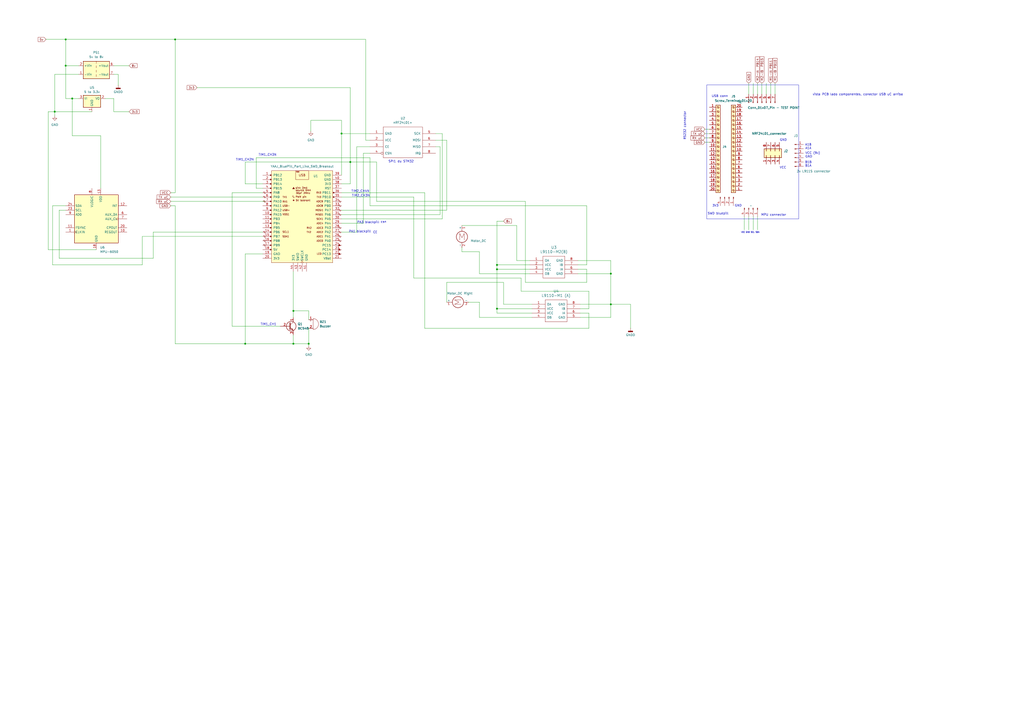
<source format=kicad_sch>
(kicad_sch (version 20250114) (generator "eeschema") (generator_version "9.0")
  (paper "A2")
  (lib_symbols
    (symbol "Connector:Conn_01x04_Pin" (pin_names (offset 1.016) (hide yes))
      (property "Reference" "J" (at 0 5.08 0))
      (property "Value" "Conn_01x04_Pin" (at 0 -7.62 0))
      (symbol "Conn_01x04_Pin_1_1"
        (rectangle (start 0.8636 2.667) (end 0 2.413) (stroke (width 0.1524)) (fill (type outline)))
        (rectangle (start 0.8636 0.127) (end 0 -0.127) (stroke (width 0.1524)) (fill (type outline)))
        (rectangle (start 0.8636 -2.413) (end 0 -2.667) (stroke (width 0.1524)) (fill (type outline)))
        (rectangle (start 0.8636 -4.953) (end 0 -5.207) (stroke (width 0.1524)) (fill (type outline)))
        (polyline (pts (xy 1.27 2.54) (xy 0.8636 2.54)) (stroke (width 0.1524)))
        (polyline (pts (xy 1.27 0) (xy 0.8636 0)) (stroke (width 0.1524)))
        (polyline (pts (xy 1.27 -2.54) (xy 0.8636 -2.54)) (stroke (width 0.1524)))
        (polyline (pts (xy 1.27 -5.08) (xy 0.8636 -5.08)) (stroke (width 0.1524)))
        (pin passive line (at 5.08 2.54 180) (length 3.81) (name "Pin_1") (number "1"))
        (pin passive line (at 5.08 0 180) (length 3.81) (name "Pin_2") (number "2"))
        (pin passive line (at 5.08 -2.54 180) (length 3.81) (name "Pin_3") (number "3"))
        (pin passive line (at 5.08 -5.08 180) (length 3.81) (name "Pin_4") (number "4"))
      )
    )
    (symbol "Connector:Conn_01x06_Pin" (pin_names (offset 1.016) (hide yes))
      (property "Reference" "J" (at 0 7.62 0))
      (property "Value" "Conn_01x06_Pin" (at 0 -10.16 0))
      (symbol "Conn_01x06_Pin_1_1"
        (rectangle (start 0.8636 5.207) (end 0 4.953) (stroke (width 0.1524)) (fill (type outline)))
        (rectangle (start 0.8636 2.667) (end 0 2.413) (stroke (width 0.1524)) (fill (type outline)))
        (rectangle (start 0.8636 0.127) (end 0 -0.127) (stroke (width 0.1524)) (fill (type outline)))
        (rectangle (start 0.8636 -2.413) (end 0 -2.667) (stroke (width 0.1524)) (fill (type outline)))
        (rectangle (start 0.8636 -4.953) (end 0 -5.207) (stroke (width 0.1524)) (fill (type outline)))
        (rectangle (start 0.8636 -7.493) (end 0 -7.747) (stroke (width 0.1524)) (fill (type outline)))
        (polyline (pts (xy 1.27 5.08) (xy 0.8636 5.08)) (stroke (width 0.1524)))
        (polyline (pts (xy 1.27 2.54) (xy 0.8636 2.54)) (stroke (width 0.1524)))
        (polyline (pts (xy 1.27 0) (xy 0.8636 0)) (stroke (width 0.1524)))
        (polyline (pts (xy 1.27 -2.54) (xy 0.8636 -2.54)) (stroke (width 0.1524)))
        (polyline (pts (xy 1.27 -5.08) (xy 0.8636 -5.08)) (stroke (width 0.1524)))
        (polyline (pts (xy 1.27 -7.62) (xy 0.8636 -7.62)) (stroke (width 0.1524)))
        (pin passive line (at 5.08 5.08 180) (length 3.81) (name "Pin_1") (number "1"))
        (pin passive line (at 5.08 2.54 180) (length 3.81) (name "Pin_2") (number "2"))
        (pin passive line (at 5.08 0 180) (length 3.81) (name "Pin_3") (number "3"))
        (pin passive line (at 5.08 -2.54 180) (length 3.81) (name "Pin_4") (number "4"))
        (pin passive line (at 5.08 -5.08 180) (length 3.81) (name "Pin_5") (number "5"))
        (pin passive line (at 5.08 -7.62 180) (length 3.81) (name "Pin_6") (number "6"))
      )
    )
    (symbol "Connector:Conn_01x07_Pin" (pin_names (offset 1.016) (hide yes))
      (property "Reference" "J" (at 0 10.16 0))
      (property "Value" "Conn_01x07_Pin" (at 0 -10.16 0))
      (symbol "Conn_01x07_Pin_1_1"
        (rectangle (start 0.8636 7.747) (end 0 7.493) (stroke (width 0.1524)) (fill (type outline)))
        (rectangle (start 0.8636 5.207) (end 0 4.953) (stroke (width 0.1524)) (fill (type outline)))
        (rectangle (start 0.8636 2.667) (end 0 2.413) (stroke (width 0.1524)) (fill (type outline)))
        (rectangle (start 0.8636 0.127) (end 0 -0.127) (stroke (width 0.1524)) (fill (type outline)))
        (rectangle (start 0.8636 -2.413) (end 0 -2.667) (stroke (width 0.1524)) (fill (type outline)))
        (rectangle (start 0.8636 -4.953) (end 0 -5.207) (stroke (width 0.1524)) (fill (type outline)))
        (rectangle (start 0.8636 -7.493) (end 0 -7.747) (stroke (width 0.1524)) (fill (type outline)))
        (polyline (pts (xy 1.27 7.62) (xy 0.8636 7.62)) (stroke (width 0.1524)))
        (polyline (pts (xy 1.27 5.08) (xy 0.8636 5.08)) (stroke (width 0.1524)))
        (polyline (pts (xy 1.27 2.54) (xy 0.8636 2.54)) (stroke (width 0.1524)))
        (polyline (pts (xy 1.27 0) (xy 0.8636 0)) (stroke (width 0.1524)))
        (polyline (pts (xy 1.27 -2.54) (xy 0.8636 -2.54)) (stroke (width 0.1524)))
        (polyline (pts (xy 1.27 -5.08) (xy 0.8636 -5.08)) (stroke (width 0.1524)))
        (polyline (pts (xy 1.27 -7.62) (xy 0.8636 -7.62)) (stroke (width 0.1524)))
        (pin passive line (at 5.08 7.62 180) (length 3.81) (name "Pin_1") (number "1"))
        (pin passive line (at 5.08 5.08 180) (length 3.81) (name "Pin_2") (number "2"))
        (pin passive line (at 5.08 2.54 180) (length 3.81) (name "Pin_3") (number "3"))
        (pin passive line (at 5.08 0 180) (length 3.81) (name "Pin_4") (number "4"))
        (pin passive line (at 5.08 -2.54 180) (length 3.81) (name "Pin_5") (number "5"))
        (pin passive line (at 5.08 -5.08 180) (length 3.81) (name "Pin_6") (number "6"))
        (pin passive line (at 5.08 -7.62 180) (length 3.81) (name "Pin_7") (number "7"))
      )
    )
    (symbol "Connector:Screw_Terminal_01x20" (pin_names (offset 1.016) (hide yes))
      (property "Reference" "J" (at 0 25.4 0))
      (property "Value" "Screw_Terminal_01x20" (at 0 -27.94 0))
      (symbol "Screw_Terminal_01x20_1_1"
        (rectangle (start -1.27 24.13) (end 1.27 -26.67) (stroke (width 0.254)) (fill (type background)))
        (polyline (pts (xy -0.5334 23.1902) (xy 0.3302 22.352)) (stroke (width 0.1524)))
        (polyline (pts (xy -0.5334 20.6502) (xy 0.3302 19.812)) (stroke (width 0.1524)))
        (polyline (pts (xy -0.5334 18.1102) (xy 0.3302 17.272)) (stroke (width 0.1524)))
        (polyline (pts (xy -0.5334 15.5702) (xy 0.3302 14.732)) (stroke (width 0.1524)))
        (polyline (pts (xy -0.5334 13.0302) (xy 0.3302 12.192)) (stroke (width 0.1524)))
        (polyline (pts (xy -0.5334 10.4902) (xy 0.3302 9.652)) (stroke (width 0.1524)))
        (polyline (pts (xy -0.5334 7.9502) (xy 0.3302 7.112)) (stroke (width 0.1524)))
        (polyline (pts (xy -0.5334 5.4102) (xy 0.3302 4.572)) (stroke (width 0.1524)))
        (polyline (pts (xy -0.5334 2.8702) (xy 0.3302 2.032)) (stroke (width 0.1524)))
        (polyline (pts (xy -0.5334 0.3302) (xy 0.3302 -0.508)) (stroke (width 0.1524)))
        (polyline (pts (xy -0.5334 -2.2098) (xy 0.3302 -3.048)) (stroke (width 0.1524)))
        (polyline (pts (xy -0.5334 -4.7498) (xy 0.3302 -5.588)) (stroke (width 0.1524)))
        (polyline (pts (xy -0.5334 -7.2898) (xy 0.3302 -8.128)) (stroke (width 0.1524)))
        (polyline (pts (xy -0.5334 -9.8298) (xy 0.3302 -10.668)) (stroke (width 0.1524)))
        (polyline (pts (xy -0.5334 -12.3698) (xy 0.3302 -13.208)) (stroke (width 0.1524)))
        (polyline (pts (xy -0.5334 -14.9098) (xy 0.3302 -15.748)) (stroke (width 0.1524)))
        (polyline (pts (xy -0.5334 -17.4498) (xy 0.3302 -18.288)) (stroke (width 0.1524)))
        (polyline (pts (xy -0.5334 -19.9898) (xy 0.3302 -20.828)) (stroke (width 0.1524)))
        (polyline (pts (xy -0.5334 -22.5298) (xy 0.3302 -23.368)) (stroke (width 0.1524)))
        (polyline (pts (xy -0.5334 -25.0698) (xy 0.3302 -25.908)) (stroke (width 0.1524)))
        (polyline (pts (xy -0.3556 23.368) (xy 0.508 22.5298)) (stroke (width 0.1524)))
        (polyline (pts (xy -0.3556 20.828) (xy 0.508 19.9898)) (stroke (width 0.1524)))
        (polyline (pts (xy -0.3556 18.288) (xy 0.508 17.4498)) (stroke (width 0.1524)))
        (polyline (pts (xy -0.3556 15.748) (xy 0.508 14.9098)) (stroke (width 0.1524)))
        (polyline (pts (xy -0.3556 13.208) (xy 0.508 12.3698)) (stroke (width 0.1524)))
        (polyline (pts (xy -0.3556 10.668) (xy 0.508 9.8298)) (stroke (width 0.1524)))
        (polyline (pts (xy -0.3556 8.128) (xy 0.508 7.2898)) (stroke (width 0.1524)))
        (polyline (pts (xy -0.3556 5.588) (xy 0.508 4.7498)) (stroke (width 0.1524)))
        (polyline (pts (xy -0.3556 3.048) (xy 0.508 2.2098)) (stroke (width 0.1524)))
        (polyline (pts (xy -0.3556 0.508) (xy 0.508 -0.3302)) (stroke (width 0.1524)))
        (polyline (pts (xy -0.3556 -2.032) (xy 0.508 -2.8702)) (stroke (width 0.1524)))
        (polyline (pts (xy -0.3556 -4.572) (xy 0.508 -5.4102)) (stroke (width 0.1524)))
        (polyline (pts (xy -0.3556 -7.112) (xy 0.508 -7.9502)) (stroke (width 0.1524)))
        (polyline (pts (xy -0.3556 -9.652) (xy 0.508 -10.4902)) (stroke (width 0.1524)))
        (polyline (pts (xy -0.3556 -12.192) (xy 0.508 -13.0302)) (stroke (width 0.1524)))
        (polyline (pts (xy -0.3556 -14.732) (xy 0.508 -15.5702)) (stroke (width 0.1524)))
        (polyline (pts (xy -0.3556 -17.272) (xy 0.508 -18.1102)) (stroke (width 0.1524)))
        (polyline (pts (xy -0.3556 -19.812) (xy 0.508 -20.6502)) (stroke (width 0.1524)))
        (polyline (pts (xy -0.3556 -22.352) (xy 0.508 -23.1902)) (stroke (width 0.1524)))
        (polyline (pts (xy -0.3556 -24.892) (xy 0.508 -25.7302)) (stroke (width 0.1524)))
        (circle (center 0 22.86) (radius 0.635) (stroke (width 0.1524)))
        (circle (center 0 20.32) (radius 0.635) (stroke (width 0.1524)))
        (circle (center 0 17.78) (radius 0.635) (stroke (width 0.1524)))
        (circle (center 0 15.24) (radius 0.635) (stroke (width 0.1524)))
        (circle (center 0 12.7) (radius 0.635) (stroke (width 0.1524)))
        (circle (center 0 10.16) (radius 0.635) (stroke (width 0.1524)))
        (circle (center 0 7.62) (radius 0.635) (stroke (width 0.1524)))
        (circle (center 0 5.08) (radius 0.635) (stroke (width 0.1524)))
        (circle (center 0 2.54) (radius 0.635) (stroke (width 0.1524)))
        (circle (center 0 0) (radius 0.635) (stroke (width 0.1524)))
        (circle (center 0 -2.54) (radius 0.635) (stroke (width 0.1524)))
        (circle (center 0 -5.08) (radius 0.635) (stroke (width 0.1524)))
        (circle (center 0 -7.62) (radius 0.635) (stroke (width 0.1524)))
        (circle (center 0 -10.16) (radius 0.635) (stroke (width 0.1524)))
        (circle (center 0 -12.7) (radius 0.635) (stroke (width 0.1524)))
        (circle (center 0 -15.24) (radius 0.635) (stroke (width 0.1524)))
        (circle (center 0 -17.78) (radius 0.635) (stroke (width 0.1524)))
        (circle (center 0 -20.32) (radius 0.635) (stroke (width 0.1524)))
        (circle (center 0 -22.86) (radius 0.635) (stroke (width 0.1524)))
        (circle (center 0 -25.4) (radius 0.635) (stroke (width 0.1524)))
        (pin passive line (at -5.08 22.86 0) (length 3.81) (name "Pin_1") (number "1"))
        (pin passive line (at -5.08 20.32 0) (length 3.81) (name "Pin_2") (number "2"))
        (pin passive line (at -5.08 17.78 0) (length 3.81) (name "Pin_3") (number "3"))
        (pin passive line (at -5.08 15.24 0) (length 3.81) (name "Pin_4") (number "4"))
        (pin passive line (at -5.08 12.7 0) (length 3.81) (name "Pin_5") (number "5"))
        (pin passive line (at -5.08 10.16 0) (length 3.81) (name "Pin_6") (number "6"))
        (pin passive line (at -5.08 7.62 0) (length 3.81) (name "Pin_7") (number "7"))
        (pin passive line (at -5.08 5.08 0) (length 3.81) (name "Pin_8") (number "8"))
        (pin passive line (at -5.08 2.54 0) (length 3.81) (name "Pin_9") (number "9"))
        (pin passive line (at -5.08 0 0) (length 3.81) (name "Pin_10") (number "10"))
        (pin passive line (at -5.08 -2.54 0) (length 3.81) (name "Pin_11") (number "11"))
        (pin passive line (at -5.08 -5.08 0) (length 3.81) (name "Pin_12") (number "12"))
        (pin passive line (at -5.08 -7.62 0) (length 3.81) (name "Pin_13") (number "13"))
        (pin passive line (at -5.08 -10.16 0) (length 3.81) (name "Pin_14") (number "14"))
        (pin passive line (at -5.08 -12.7 0) (length 3.81) (name "Pin_15") (number "15"))
        (pin passive line (at -5.08 -15.24 0) (length 3.81) (name "Pin_16") (number "16"))
        (pin passive line (at -5.08 -17.78 0) (length 3.81) (name "Pin_17") (number "17"))
        (pin passive line (at -5.08 -20.32 0) (length 3.81) (name "Pin_18") (number "18"))
        (pin passive line (at -5.08 -22.86 0) (length 3.81) (name "Pin_19") (number "19"))
        (pin passive line (at -5.08 -25.4 0) (length 3.81) (name "Pin_20") (number "20"))
      )
    )
    (symbol "Connector_Generic:Conn_02x04_Counter_Clockwise" (pin_names (offset 1.016) (hide yes))
      (property "Reference" "J" (at 1.27 5.08 0))
      (property "Value" "Conn_02x04_Counter_Clockwise" (at 1.27 -7.62 0))
      (symbol "Conn_02x04_Counter_Clockwise_1_1"
        (rectangle (start -1.27 3.81) (end 3.81 -6.35) (stroke (width 0.254)) (fill (type background)))
        (rectangle (start -1.27 2.667) (end 0 2.413) (stroke (width 0.1524)))
        (rectangle (start -1.27 0.127) (end 0 -0.127) (stroke (width 0.1524)))
        (rectangle (start -1.27 -2.413) (end 0 -2.667) (stroke (width 0.1524)))
        (rectangle (start -1.27 -4.953) (end 0 -5.207) (stroke (width 0.1524)))
        (rectangle (start 3.81 2.667) (end 2.54 2.413) (stroke (width 0.1524)))
        (rectangle (start 3.81 0.127) (end 2.54 -0.127) (stroke (width 0.1524)))
        (rectangle (start 3.81 -2.413) (end 2.54 -2.667) (stroke (width 0.1524)))
        (rectangle (start 3.81 -4.953) (end 2.54 -5.207) (stroke (width 0.1524)))
        (pin passive line (at -5.08 2.54 0) (length 3.81) (name "Pin_1") (number "1"))
        (pin passive line (at -5.08 0 0) (length 3.81) (name "Pin_2") (number "2"))
        (pin passive line (at -5.08 -2.54 0) (length 3.81) (name "Pin_3") (number "3"))
        (pin passive line (at -5.08 -5.08 0) (length 3.81) (name "Pin_4") (number "4"))
        (pin passive line (at 7.62 2.54 180) (length 3.81) (name "Pin_8") (number "8"))
        (pin passive line (at 7.62 0 180) (length 3.81) (name "Pin_7") (number "7"))
        (pin passive line (at 7.62 -2.54 180) (length 3.81) (name "Pin_6") (number "6"))
        (pin passive line (at 7.62 -5.08 180) (length 3.81) (name "Pin_5") (number "5"))
      )
    )
    (symbol "Converter_DCDC:ITX1205SA-H"
      (property "Reference" "PS" (at -7.62 6.35 0))
      (property "Value" "ITX1205SA-H" (at 1.27 6.35 0))
      (symbol "ITX1205SA-H_0_0"
        (pin power_in line (at -10.16 2.54 0) (length 2.54) (name "+Vin") (number "2"))
        (pin power_in line (at -10.16 -2.54 0) (length 2.54) (name "-Vin") (number "1"))
        (pin no_connect line (at 7.62 0 180) (length 2.54) (hide yes) (name "NC") (number "8"))
        (pin power_out line (at 10.16 2.54 180) (length 2.54) (name "+Vout") (number "6"))
        (pin power_out line (at 10.16 -2.54 180) (length 2.54) (name "-Vout") (number "7"))
      )
      (symbol "ITX1205SA-H_0_1"
        (rectangle (start -7.62 5.08) (end 7.62 -5.08) (stroke (width 0.254)) (fill (type background)))
        (polyline (pts (xy 0 5.08) (xy 0 3.81)))
        (polyline (pts (xy 0 2.54) (xy 0 1.27)))
        (polyline (pts (xy 0 0) (xy 0 -1.27)))
        (polyline (pts (xy 0 -2.54) (xy 0 -3.81)))
      )
    )
    (symbol "Device:Buzzer" (pin_names (offset 0.0254) (hide yes))
      (property "Reference" "BZ" (at 3.81 1.27 0))
      (property "Value" "Buzzer" (at 3.81 -1.27 0))
      (symbol "Buzzer_0_1"
        (polyline (pts (xy -1.651 1.905) (xy -1.143 1.905)))
        (polyline (pts (xy -1.397 2.159) (xy -1.397 1.651)))
        (arc (start 0 3.175) (mid 3.1612 0) (end 0 -3.175))
        (polyline (pts (xy 0 3.175) (xy 0 -3.175)))
      )
      (symbol "Buzzer_1_1"
        (pin passive line (at -2.54 2.54 0) (length 2.54) (name "+") (number "1"))
        (pin passive line (at -2.54 -2.54 0) (length 2.54) (name "-") (number "2"))
      )
    )
    (symbol "L9110:L9110" (pin_names (offset 1.016))
      (property "Reference" "U" (at 0 7.62 0))
      (property "Value" "L9110" (at 0 -7.62 0))
      (symbol "L9110_0_1"
        (rectangle (start 6.35 -6.35) (end -6.35 6.35))
      )
      (symbol "L9110_1_1"
        (pin output line (at -13.97 3.81 0) (length 7.62) (name "OA") (number "1"))
        (pin power_in line (at -13.97 1.27 0) (length 7.62) (name "VCC") (number "2"))
        (pin power_in line (at -13.97 -1.27 0) (length 7.62) (name "VCC") (number "3"))
        (pin output line (at -13.97 -3.81 0) (length 7.62) (name "OB") (number "4"))
        (pin power_in line (at 13.97 3.81 180) (length 7.62) (name "GND") (number "8"))
        (pin input line (at 13.97 1.27 180) (length 7.62) (name "IB") (number "7"))
        (pin input line (at 13.97 -1.27 180) (length 7.62) (name "IA") (number "6"))
        (pin power_in line (at 13.97 -3.81 180) (length 7.62) (name "GND") (number "5"))
      )
      (symbol "L9110_1_2"
        (pin output line (at -19.05 12.7 0) (length 7.62) (name "OA") (number "1"))
        (pin output line (at -19.05 5.08 0) (length 7.62) (name "VCC") (number "2"))
        (pin output line (at -19.05 -5.08 0) (length 7.62) (name "VCC") (number "3"))
        (pin power_out line (at -19.05 -12.7 0) (length 7.62) (name "OB") (number "4"))
        (pin power_in line (at 17.78 12.7 180) (length 7.62) (name "GND") (number "8"))
        (pin input line (at 17.78 5.08 180) (length 7.62) (name "IB") (number "7"))
        (pin input line (at 17.78 -5.08 180) (length 7.62) (name "IA") (number "6"))
        (pin power_out line (at 17.78 -12.7 180) (length 7.62) (name "GND") (number "5"))
      )
    )
    (symbol "Motor:Motor_DC" (pin_names (offset 0))
      (property "Reference" "M" (at 2.54 2.54 0))
      (property "Value" "Motor_DC" (at 2.54 -5.08 0))
      (symbol "Motor_DC_0_0"
        (polyline (pts (xy -1.27 -3.302) (xy -1.27 0.508) (xy 0 -2.032) (xy 1.27 0.508) (xy 1.27 -3.302)))
      )
      (symbol "Motor_DC_0_1"
        (polyline (pts (xy 0 2.032) (xy 0 2.54)))
        (polyline (pts (xy 0 1.7272) (xy 0 2.0828)))
        (circle (center 0 -1.524) (radius 3.2512) (stroke (width 0.254)))
        (polyline (pts (xy 0 -4.7752) (xy 0 -5.1816)))
        (polyline (pts (xy 0 -7.62) (xy 0 -7.112)))
      )
      (symbol "Motor_DC_1_1"
        (pin passive line (at 0 5.08 270) (length 2.54) (name "+") (number "1"))
        (pin passive line (at 0 -7.62 90) (length 2.54) (name "-") (number "2"))
      )
    )
    (symbol "Regulator_Linear:LD1117S12TR_SOT223"
      (property "Reference" "U" (at -3.81 3.175 0))
      (property "Value" "LD1117S12TR_SOT223" (at 0 3.175 0))
      (symbol "LD1117S12TR_SOT223_0_1"
        (rectangle (start -5.08 -5.08) (end 5.08 1.905) (stroke (width 0.254)) (fill (type background)))
      )
      (symbol "LD1117S12TR_SOT223_1_1"
        (pin power_in line (at -7.62 0 0) (length 2.54) (name "VI") (number "3"))
        (pin power_in line (at 0 -7.62 90) (length 2.54) (name "GND") (number "1"))
        (pin power_out line (at 7.62 0 180) (length 2.54) (name "VO") (number "2"))
      )
    )
    (symbol "Sensor_Motion:MPU-6050"
      (property "Reference" "U" (at -11.43 13.97 0))
      (property "Value" "MPU-6050" (at 7.62 -15.24 0))
      (symbol "MPU-6050_0_0"
        (text "" (at 12.7 -2.54 0) (effects (font (size 1.27 1.27))))
      )
      (symbol "MPU-6050_0_1"
        (rectangle (start -12.7 13.97) (end 12.7 -13.97) (stroke (width 0.254)) (fill (type background)))
      )
      (symbol "MPU-6050_1_1"
        (pin bidirectional line (at -17.78 7.62 0) (length 5.08) (name "SDA") (number "24"))
        (pin input line (at -17.78 5.08 0) (length 5.08) (name "SCL") (number "23"))
        (pin input line (at -17.78 2.54 0) (length 5.08) (name "AD0") (number "9"))
        (pin input line (at -17.78 -5.08 0) (length 5.08) (name "FSYNC") (number "11"))
        (pin input clock (at -17.78 -7.62 0) (length 5.08) (name "CLKIN") (number "1"))
        (pin no_connect line (at -12.7 12.7 0) (length 2.54) (hide yes) (name "NC") (number "2"))
        (pin no_connect line (at -12.7 10.16 0) (length 2.54) (hide yes) (name "NC") (number "3"))
        (pin no_connect line (at -12.7 0 0) (length 2.54) (hide yes) (name "NC") (number "4"))
        (pin no_connect line (at -12.7 -2.54 0) (length 2.54) (hide yes) (name "NC") (number "5"))
        (pin no_connect line (at -12.7 -10.16 0) (length 2.54) (hide yes) (name "NC") (number "14"))
        (pin power_in line (at -2.54 17.78 270) (length 3.81) (name "VLOGIC") (number "8"))
        (pin power_in line (at 0 -17.78 90) (length 3.81) (name "GND") (number "18"))
        (pin power_in line (at 2.54 17.78 270) (length 3.81) (name "VDD") (number "13"))
        (pin no_connect line (at 12.7 12.7 180) (length 2.54) (hide yes) (name "NC") (number "15"))
        (pin no_connect line (at 12.7 10.16 180) (length 2.54) (hide yes) (name "NC") (number "16"))
        (pin no_connect line (at 12.7 5.08 180) (length 2.54) (hide yes) (name "NC") (number "17"))
        (pin no_connect line (at 12.7 -2.54 180) (length 2.54) (hide yes) (name "RESV") (number "21"))
        (pin no_connect line (at 12.7 -10.16 180) (length 2.54) (hide yes) (name "RESV") (number "19"))
        (pin no_connect line (at 12.7 -12.7 180) (length 2.54) (hide yes) (name "RESV") (number "22"))
        (pin output line (at 17.78 7.62 180) (length 5.08) (name "INT") (number "12"))
        (pin bidirectional line (at 17.78 2.54 180) (length 5.08) (name "AUX_DA") (number "6"))
        (pin output clock (at 17.78 0 180) (length 5.08) (name "AUX_CL") (number "7"))
        (pin passive line (at 17.78 -5.08 180) (length 5.08) (name "CPOUT") (number "20"))
        (pin passive line (at 17.78 -7.62 180) (length 5.08) (name "REGOUT") (number "10"))
      )
    )
    (symbol "Transistor_BJT:BC548" (pin_names (offset 0) (hide yes))
      (property "Reference" "Q" (at 5.08 1.905 0))
      (property "Value" "BC548" (at 5.08 0 0))
      (symbol "BC548_0_1"
        (polyline (pts (xy 0 0) (xy 0.635 0)))
        (polyline (pts (xy 0.635 1.905) (xy 0.635 -1.905) (xy 0.635 -1.905)) (stroke (width 0.508)))
        (polyline (pts (xy 0.635 0.635) (xy 2.54 2.54)))
        (polyline (pts (xy 0.635 -0.635) (xy 2.54 -2.54) (xy 2.54 -2.54)))
        (circle (center 1.27 0) (radius 2.8194) (stroke (width 0.254)))
        (polyline (pts (xy 1.27 -1.778) (xy 1.778 -1.27) (xy 2.286 -2.286) (xy 1.27 -1.778) (xy 1.27 -1.778)) (fill (type outline)))
      )
      (symbol "BC548_1_1"
        (pin input line (at -5.08 0 0) (length 5.08) (name "B") (number "2"))
        (pin passive line (at 2.54 5.08 270) (length 2.54) (name "C") (number "1"))
        (pin passive line (at 2.54 -5.08 90) (length 2.54) (name "E") (number "3"))
      )
    )
    (symbol "YAAJ_BluePill_Part_Like_SWD_Breakout:YAAJ_BluePill_Part_Like_SWD_Breakout" (pin_names (offset 1.016))
      (property "Reference" "U" (at -15.24 27.94 0))
      (property "Value" "YAAJ_BluePill_Part_Like_SWD_Breakout" (at 20.32 27.94 0))
      (symbol "YAAJ_BluePill_Part_Like_SWD_Breakout_0_0"
        (circle (center -18.288 22.86) (radius 0.3556) (fill (type outline)))
        (circle (center -18.288 17.78) (radius 0.3556) (fill (type outline)))
        (circle (center -18.288 15.24) (radius 0.3556) (fill (type outline)))
        (circle (center -18.288 12.7) (radius 0.3556) (fill (type outline)))
        (circle (center -18.288 10.16) (radius 0.3556) (fill (type outline)))
        (circle (center -18.288 7.62) (radius 0.3556) (fill (type outline)))
        (circle (center -18.288 5.08) (radius 0.3556) (fill (type outline)))
        (circle (center -18.288 2.54) (radius 0.3556) (fill (type outline)))
        (circle (center -18.288 0) (radius 0.3556) (fill (type outline)))
        (circle (center -18.288 -2.54) (radius 0.3556) (fill (type outline)))
        (circle (center -18.288 -5.08) (radius 0.3556) (fill (type outline)))
        (circle (center -18.288 -7.62) (radius 0.3556) (fill (type outline)))
        (circle (center -18.288 -10.16) (radius 0.3556) (fill (type outline)))
        (circle (center -18.288 -12.7) (radius 0.3556) (fill (type outline)))
        (circle (center -18.288 -15.24) (radius 0.3556) (fill (type outline)))
        (circle (center -18.288 -17.78) (radius 0.3556) (fill (type outline)))
        (circle (center -18.288 -20.32) (radius 0.3556) (fill (type outline)))
        (polyline (pts (xy -5.588 14.859) (xy -4.953 15.875) (xy -4.318 14.859) (xy -5.588 14.859) (xy -4.953 15.748) (xy -4.445 14.859) (xy -5.461 14.986) (xy -4.953 15.621) (xy -4.572 14.859) (xy -5.334 15.113) (xy -4.826 15.494) (xy -4.699 14.859) (xy -5.207 15.24) (xy -4.699 15.367) (xy -4.826 14.986) (xy -5.08 15.24) (xy -4.826 15.113) (xy -4.953 15.367)))
        (circle (center -4.953 8.255) (radius 0.127) (fill (type outline)))
        (circle (center -4.953 8.255) (radius 0.254))
        (circle (center -4.953 8.255) (radius 0.3556))
        (circle (center 18.288 12.7) (radius 0.254) (fill (type outline)))
        (circle (center 18.288 12.7) (radius 0.3556))
        (circle (center 18.288 10.16) (radius 0.254) (fill (type outline)))
        (circle (center 18.288 10.16) (radius 0.3556))
        (polyline (pts (xy 20.955 -18.161) (xy 21.59 -17.145) (xy 22.225 -18.161) (xy 20.955 -18.161) (xy 21.59 -17.272) (xy 22.098 -18.161) (xy 21.082 -18.034) (xy 21.59 -17.399) (xy 21.971 -18.161) (xy 21.209 -17.907) (xy 21.717 -17.526) (xy 21.844 -18.161) (xy 21.336 -17.78) (xy 21.844 -17.653) (xy 21.717 -18.034) (xy 21.463 -17.78) (xy 21.717 -17.907) (xy 21.59 -17.653)))
        (polyline (pts (xy 20.955 -20.701) (xy 21.59 -19.685) (xy 22.225 -20.701) (xy 20.955 -20.701) (xy 21.59 -19.812) (xy 22.098 -20.701) (xy 21.082 -20.574) (xy 21.59 -19.939) (xy 21.971 -20.701) (xy 21.209 -20.447) (xy 21.717 -20.066) (xy 21.844 -20.701) (xy 21.336 -20.32) (xy 21.844 -20.193) (xy 21.717 -20.574) (xy 21.463 -20.32) (xy 21.717 -20.447) (xy 21.59 -20.193)))
        (polyline (pts (xy 20.955 -23.241) (xy 21.59 -22.225) (xy 22.225 -23.241) (xy 20.955 -23.241) (xy 21.59 -22.352) (xy 22.098 -23.241) (xy 21.082 -23.114) (xy 21.59 -22.479) (xy 21.971 -23.241) (xy 21.209 -22.987) (xy 21.717 -22.606) (xy 21.844 -23.241) (xy 21.336 -22.86) (xy 21.844 -22.733) (xy 21.717 -23.114) (xy 21.463 -22.86) (xy 21.717 -22.987) (xy 21.59 -22.733)))
        (text "TX1" (at -10.033 10.16 0) (effects (font (size 0.9906 0.9906))))
        (text "RX1" (at -9.906 7.493 0) (effects (font (size 0.9906 0.9906))))
        (text "SCL1" (at -9.525 -10.033 0) (effects (font (size 0.9906 0.9906))))
        (text "SDA1" (at -9.525 -12.7 0) (effects (font (size 0.9906 0.9906))))
        (text "NSS1" (at -9.398 0.127 0) (effects (font (size 0.9906 0.9906))))
        (text "USB-" (at -9.271 5.08 0) (effects (font (size 0.9906 0.9906))))
        (text "USB+" (at -9.271 2.54 0) (effects (font (size 0.9906 0.9906))))
        (text "Y@@J" (at -2.5654 24.8412 0) (effects (font (size 0.508 0.508))))
        (text "PWM pin" (at -0.635 10.287 0) (effects (font (size 0.9906 0.9906))))
        (text "sink 3mA" (at -0.381 15.494 0) (effects (font (size 0.9906 0.9906))))
        (text "USB" (at 0 22.86 0) (effects (font (size 1.27 1.27))))
        (text "30pF 2MHz" (at 0.508 12.446 0) (effects (font (size 0.9906 0.9906))))
        (text "5V tolerant" (at 0.508 8.255 0) (effects (font (size 0.9906 0.9906))))
        (text "source 0mA" (at 0.635 14.097 0) (effects (font (size 0.9906 0.9906))))
        (text "TX2" (at 3.937 -10.16 0) (effects (font (size 0.9906 0.9906))))
        (text "RX2" (at 4.064 -7.747 0) (effects (font (size 0.9906 0.9906))))
        (text "RX3" (at 9.652 12.7 0) (effects (font (size 0.9906 0.9906))))
        (text "TX3" (at 9.779 10.16 0) (effects (font (size 0.9906 0.9906))))
        (text "LED" (at 9.906 -22.733 0) (effects (font (size 0.9906 0.9906))))
        (text "MOSI1" (at 10.033 2.54 0) (effects (font (size 0.9906 0.9906))))
        (text "MISO1" (at 10.033 0 0) (effects (font (size 0.9906 0.9906))))
        (text "ADC9" (at 10.16 7.62 0) (effects (font (size 0.9906 0.9906))))
        (text "ADC8" (at 10.16 5.08 0) (effects (font (size 0.9906 0.9906))))
        (text "SCK1" (at 10.287 -2.54 0) (effects (font (size 0.9906 0.9906))))
        (text "ADC4" (at 10.287 -5.08 0) (effects (font (size 0.9906 0.9906))))
        (text "ADC3" (at 10.287 -7.747 0) (effects (font (size 0.9906 0.9906))))
        (text "ADC2" (at 10.287 -10.16 0) (effects (font (size 0.9906 0.9906))))
        (text "ADC1" (at 10.287 -12.7 0) (effects (font (size 0.9906 0.9906))))
        (text "ADC0" (at 10.287 -15.24 0) (effects (font (size 0.9906 0.9906))))
      )
      (symbol "YAAJ_BluePill_Part_Like_SWD_Breakout_0_1"
        (polyline (pts (xy -21.336 12.7) (xy -21.336 12.192) (xy -21.844 12.192) (xy -21.844 13.208) (xy -22.352 13.208) (xy -22.352 12.7)))
        (polyline (pts (xy -21.336 10.16) (xy -21.336 9.652) (xy -21.844 9.652) (xy -21.844 10.668) (xy -22.352 10.668) (xy -22.352 10.16)))
        (polyline (pts (xy -21.336 7.62) (xy -21.336 7.112) (xy -21.844 7.112) (xy -21.844 8.128) (xy -22.352 8.128) (xy -22.352 7.62)))
        (polyline (pts (xy -21.336 -10.16) (xy -21.336 -10.668) (xy -21.844 -10.668) (xy -21.844 -9.652) (xy -22.352 -9.652) (xy -22.352 -10.16)))
        (polyline (pts (xy -21.336 -12.7) (xy -21.336 -13.208) (xy -21.844 -13.208) (xy -21.844 -12.192) (xy -22.352 -12.192) (xy -22.352 -12.7)))
        (polyline (pts (xy -21.336 -15.24) (xy -21.336 -15.748) (xy -21.844 -15.748) (xy -21.844 -14.732) (xy -22.352 -14.732) (xy -22.352 -15.24)))
        (polyline (pts (xy -21.336 -17.78) (xy -21.336 -18.288) (xy -21.844 -18.288) (xy -21.844 -17.272) (xy -22.352 -17.272) (xy -22.352 -17.78)))
        (rectangle (start -17.78 25.4) (end 17.78 -27.94) (fill (type background)))
        (polyline (pts (xy -4.572 10.287) (xy -4.572 9.779) (xy -5.08 9.779) (xy -5.08 10.795) (xy -5.588 10.795) (xy -5.588 10.287)))
        (rectangle (start 3.81 25.4) (end -3.81 20.32))
        (polyline (pts (xy 22.352 7.62) (xy 22.352 7.112) (xy 21.844 7.112) (xy 21.844 8.128) (xy 21.336 8.128) (xy 21.336 7.62)))
        (polyline (pts (xy 22.352 5.08) (xy 22.352 4.572) (xy 21.844 4.572) (xy 21.844 5.588) (xy 21.336 5.588) (xy 21.336 5.08)))
        (polyline (pts (xy 22.352 2.54) (xy 22.352 2.032) (xy 21.844 2.032) (xy 21.844 3.048) (xy 21.336 3.048) (xy 21.336 2.54)))
        (polyline (pts (xy 22.352 0) (xy 22.352 -0.508) (xy 21.844 -0.508) (xy 21.844 0.508) (xy 21.336 0.508) (xy 21.336 0)))
        (polyline (pts (xy 22.352 -7.62) (xy 22.352 -8.128) (xy 21.844 -8.128) (xy 21.844 -7.112) (xy 21.336 -7.112) (xy 21.336 -7.62)))
        (polyline (pts (xy 22.352 -10.16) (xy 22.352 -10.668) (xy 21.844 -10.668) (xy 21.844 -9.652) (xy 21.336 -9.652) (xy 21.336 -10.16)))
        (polyline (pts (xy 22.352 -12.7) (xy 22.352 -13.208) (xy 21.844 -13.208) (xy 21.844 -12.192) (xy 21.336 -12.192) (xy 21.336 -12.7)))
        (polyline (pts (xy 22.352 -15.24) (xy 22.352 -15.748) (xy 21.844 -15.748) (xy 21.844 -14.732) (xy 21.336 -14.732) (xy 21.336 -15.24)))
      )
      (symbol "YAAJ_BluePill_Part_Like_SWD_Breakout_1_1"
        (circle (center -18.288 20.32) (radius 0.3556) (fill (type outline)))
        (pin bidirectional line (at -22.86 22.86 0) (length 5.08) (name "PB12") (number "1"))
        (pin bidirectional line (at -22.86 20.32 0) (length 5.08) (name "PB13") (number "2"))
        (pin bidirectional line (at -22.86 17.78 0) (length 5.08) (name "PB14") (number "3"))
        (pin bidirectional line (at -22.86 15.24 0) (length 5.08) (name "PB15") (number "4"))
        (pin bidirectional line (at -22.86 12.7 0) (length 5.08) (name "PA8") (number "5"))
        (pin bidirectional line (at -22.86 10.16 0) (length 5.08) (name "PA9") (number "6"))
        (pin bidirectional line (at -22.86 7.62 0) (length 5.08) (name "PA10") (number "7"))
        (pin bidirectional line (at -22.86 5.08 0) (length 5.08) (name "PA11") (number "8"))
        (pin bidirectional line (at -22.86 2.54 0) (length 5.08) (name "PA12") (number "9"))
        (pin bidirectional line (at -22.86 0 0) (length 5.08) (name "PA15") (number "10"))
        (pin bidirectional line (at -22.86 -2.54 0) (length 5.08) (name "PB3") (number "11"))
        (pin bidirectional line (at -22.86 -5.08 0) (length 5.08) (name "PB4") (number "12"))
        (pin bidirectional line (at -22.86 -7.62 0) (length 5.08) (name "PB5") (number "13"))
        (pin bidirectional line (at -22.86 -10.16 0) (length 5.08) (name "PB6") (number "14"))
        (pin bidirectional line (at -22.86 -12.7 0) (length 5.08) (name "PB7") (number "15"))
        (pin bidirectional line (at -22.86 -15.24 0) (length 5.08) (name "PB8") (number "16"))
        (pin bidirectional line (at -22.86 -17.78 0) (length 5.08) (name "PB9") (number "17"))
        (pin power_in line (at -22.86 -20.32 0) (length 5.08) (name "5V") (number "18"))
        (pin power_in line (at -22.86 -22.86 0) (length 5.08) (name "GND") (number "19"))
        (pin power_in line (at -22.86 -25.4 0) (length 5.08) (name "3V3") (number "20"))
        (pin power_in line (at -5.08 -33.02 90) (length 5.08) (name "3V3") (number "44"))
        (pin bidirectional line (at -2.54 -33.02 90) (length 5.08) (name "SWIO") (number "43"))
        (pin bidirectional clock (at 0 -33.02 90) (length 5.08) (name "SWCLK") (number "42"))
        (pin power_in line (at 2.54 -33.02 90) (length 5.08) (name "GND") (number "41"))
        (pin power_in line (at 22.86 22.86 180) (length 5.08) (name "GND") (number "39"))
        (pin power_in line (at 22.86 20.32 180) (length 5.08) (name "GND") (number "40"))
        (pin power_in line (at 22.86 17.78 180) (length 5.08) (name "3V3") (number "38"))
        (pin input line (at 22.86 15.24 180) (length 5.08) (name "RST") (number "37"))
        (pin bidirectional line (at 22.86 12.7 180) (length 5.08) (name "PB11") (number "36"))
        (pin bidirectional line (at 22.86 10.16 180) (length 5.08) (name "PB10") (number "35"))
        (pin bidirectional line (at 22.86 7.62 180) (length 5.08) (name "PB1") (number "34"))
        (pin bidirectional line (at 22.86 5.08 180) (length 5.08) (name "PB0") (number "33"))
        (pin bidirectional line (at 22.86 2.54 180) (length 5.08) (name "PA7") (number "32"))
        (pin bidirectional line (at 22.86 0 180) (length 5.08) (name "PA6") (number "31"))
        (pin bidirectional line (at 22.86 -2.54 180) (length 5.08) (name "PA5") (number "30"))
        (pin bidirectional line (at 22.86 -5.08 180) (length 5.08) (name "PA4") (number "29"))
        (pin bidirectional line (at 22.86 -7.62 180) (length 5.08) (name "PA3") (number "28"))
        (pin bidirectional line (at 22.86 -10.16 180) (length 5.08) (name "PA2") (number "27"))
        (pin bidirectional line (at 22.86 -12.7 180) (length 5.08) (name "PA1") (number "26"))
        (pin bidirectional line (at 22.86 -15.24 180) (length 5.08) (name "PA0") (number "25"))
        (pin bidirectional line (at 22.86 -17.78 180) (length 5.08) (name "PC15") (number "24"))
        (pin bidirectional line (at 22.86 -20.32 180) (length 5.08) (name "PC14") (number "23"))
        (pin bidirectional line (at 22.86 -22.86 180) (length 5.08) (name "PC13") (number "22"))
        (pin power_in line (at 22.86 -25.4 180) (length 5.08) (name "VBat") (number "21"))
      )
    )
    (symbol "nRF24L01+:nRF24L01+" (pin_names (offset 1.016))
      (property "Reference" "U" (at 0 -7.62 0))
      (property "Value" "nRF24L01+" (at 0 7.62 0))
      (symbol "nRF24L01+_1_0"
        (rectangle (start -11.43 -8.89) (end 11.43 8.89))
      )
      (symbol "nRF24L01+_1_1"
        (pin power_in line (at -19.05 5.08 0) (length 7.62) (name "GND") (number "1"))
        (pin power_in line (at -19.05 1.27 0) (length 7.62) (name "VCC") (number "2"))
        (pin input line (at -19.05 -2.54 0) (length 7.62) (name "CE") (number "3"))
        (pin input inverted (at -19.05 -6.35 0) (length 7.62) (name "CSN") (number "4"))
        (pin input line (at 19.05 5.08 180) (length 7.62) (name "SCK") (number "5"))
        (pin input line (at 19.05 1.27 180) (length 7.62) (name "MOSI") (number "6"))
        (pin output line (at 19.05 -2.54 180) (length 7.62) (name "MISO") (number "7"))
        (pin output line (at 19.05 -6.35 180) (length 7.62) (name "IRQ") (number "8"))
      )
    )
    (symbol "power:GND" (power) (pin_numbers (hide yes)) (pin_names (offset 0) (hide yes))
      (property "Value" "GND" (at 0 -3.81 0))
      (symbol "GND_0_1"
        (polyline (pts (xy 0 0) (xy 0 -1.27) (xy 1.27 -1.27) (xy 0 -2.54) (xy -1.27 -1.27) (xy 0 -1.27)))
      )
      (symbol "GND_1_1"
        (pin power_in line (at 0 0 270) (length 0) (name "~") (number "1"))
      )
    )
    (symbol "power:GNDD" (power) (pin_numbers (hide yes)) (pin_names (offset 0) (hide yes))
      (property "Value" "GNDD" (at 0 -3.175 0))
      (symbol "GNDD_0_1"
        (rectangle (start -1.27 -1.524) (end 1.27 -2.032) (stroke (width 0.254)) (fill (type outline)))
        (polyline (pts (xy 0 0) (xy 0 -1.524)))
      )
      (symbol "GNDD_1_1"
        (pin power_in line (at 0 0 270) (length 0) (name "~") (number "1"))
      )
    )
  )
  (rectangle (start 409.956 49.276) (end 463.296 127))
  (text "GND" (at 428.244 119.38 0) (effects (font (size 1.27 1.27))))
  (text "GND" (at 454.406 81.28 0) (effects (font (size 1.27 1.27))))
  (text "TIM2_CH4N" (at 209.042 110.998 0) (effects (font (size 1.27 1.27))))
  (text "CE" (at 217.678 134.874 0) (effects (font (size 1.27 1.27))))
  (text "3V3" (at 415.036 119.38 0) (effects (font (size 1.27 1.27))))
  (text "PA3 blackpill" (at 213.614 129.032 0) (effects (font (size 1.27 1.27))))
  (text "A1B\nA1A" (at 468.884 85.09 0) (effects (font (size 1.27 1.27))))
  (text "USB conn" (at 417.576 55.88 0) (effects (font (size 1.27 1.27))))
  (text "RS232 connector" (at 397.256 72.898 90) (effects (font (size 1.27 1.27))))
  (text "VCC (9v)\nGND" (at 467.106 89.916 0) (effects (font (size 1.27 1.27)) (justify left)))
  (text "SDA" (at 439.42 134.874 0) (effects (font (size 0.762 0.762))))
  (text "TIM1_CH2N" (at 141.986 92.71 0) (effects (font (size 1.27 1.27))))
  (text "VCC" (at 454.152 97.282 0) (effects (font (size 1.27 1.27))))
  (text "SWD bluepill" (at 416.56 123.952 0) (effects (font (size 1.27 1.27))))
  (text "csn" (at 222.504 128.778 0) (effects (font (size 1.27 1.27))))
  (text "MPU connector" (at 448.818 124.714 0) (effects (font (size 1.27 1.27))))
  (text "TIM1_CH1" (at 155.702 188.214 0) (effects (font (size 1.27 1.27))))
  (text "SCL" (at 436.626 134.874 0) (effects (font (size 0.762 0.762))))
  (text "TIM1_CH3N" (at 155.194 89.916 0) (effects (font (size 1.27 1.27))))
  (text "vista PCB lado componentes, conector USB uC arriba\n" (at 497.586 54.864 0) (effects (font (size 1.27 1.27))))
  (text "PA1 blackpill" (at 208.788 134.366 0) (effects (font (size 1.27 1.27))))
  (text "B1B\nB1A" (at 468.884 95.25 0) (effects (font (size 1.27 1.27))))
  (text "VCC" (at 431.038 134.874 0) (effects (font (size 0.762 0.762))))
  (text "TIM2_CH3N" (at 209.296 113.538 0) (effects (font (size 1.27 1.27))))
  (text "GND" (at 433.832 134.874 0) (effects (font (size 0.762 0.762))))
  (text "SPI1 du STM32" (at 232.664 93.726 0) (effects (font (size 1.27 1.27))))
  (junction (at 288.29 179.07))
  (junction (at 354.33 176.53))
  (junction (at 198.12 77.47))
  (junction (at 170.18 180.34))
  (junction (at 288.29 153.67))
  (junction (at 38.1 38.1))
  (junction (at 41.91 57.15))
  (junction (at 170.18 199.39))
  (junction (at 203.2 93.98))
  (junction (at 31.75 64.77))
  (junction (at 179.07 199.39))
  (junction (at 101.6 22.86))
  (junction (at 38.1 22.86))
  (junction (at 142.24 199.39))
  (junction (at 288.29 156.21))
  (junction (at 354.33 158.75))
  (wire (pts (xy 292.1 163.83) (xy 292.1 176.53)))
  (wire (pts (xy 38.1 57.15) (xy 41.91 57.15)))
  (wire (pts (xy 66.04 38.1) (xy 74.93 38.1)))
  (wire (pts (xy 27.94 64.77) (xy 31.75 64.77)))
  (wire (pts (xy 302.26 168.91) (xy 302.26 161.29)))
  (wire (pts (xy 354.33 176.53) (xy 354.33 184.15)))
  (wire (pts (xy 101.6 119.38) (xy 101.6 199.39)))
  (wire (pts (xy 82.55 153.67) (xy 30.48 153.67)))
  (wire (pts (xy 408.94 74.93) (xy 411.48 74.93)))
  (wire (pts (xy 214.63 91.44) (xy 148.59 91.44)))
  (wire (pts (xy 212.09 22.86) (xy 212.09 81.28)))
  (wire (pts (xy 152.4 147.32) (xy 142.24 147.32)))
  (wire (pts (xy 214.63 119.38) (xy 340.36 119.38)))
  (wire (pts (xy 170.18 199.39) (xy 179.07 199.39)))
  (wire (pts (xy 335.28 156.21) (xy 340.36 156.21)))
  (wire (pts (xy 66.04 57.15) (xy 60.96 57.15)))
  (wire (pts (xy 336.55 181.61) (xy 341.63 181.61)))
  (wire (pts (xy 38.1 22.86) (xy 101.6 22.86)))
  (wire (pts (xy 214.63 119.38) (xy 214.63 91.44)))
  (wire (pts (xy 26.67 22.86) (xy 38.1 22.86)))
  (wire (pts (xy 307.34 158.75) (xy 278.13 158.75)))
  (wire (pts (xy 66.04 57.15) (xy 66.04 64.77)))
  (wire (pts (xy 99.06 111.76) (xy 101.6 111.76)))
  (wire (pts (xy 198.12 114.3) (xy 240.03 114.3)))
  (wire (pts (xy 256.54 127) (xy 256.54 77.47)))
  (wire (pts (xy 246.38 111.76) (xy 198.12 111.76)))
  (wire (pts (xy 240.03 114.3) (xy 240.03 161.29)))
  (wire (pts (xy 441.96 48.26) (xy 441.96 54.61)))
  (wire (pts (xy 267.97 130.81) (xy 299.72 130.81)))
  (wire (pts (xy 278.13 158.75) (xy 278.13 146.05)))
  (wire (pts (xy 179.07 185.42) (xy 179.07 180.34)))
  (wire (pts (xy 41.91 78.74) (xy 41.91 57.15)))
  (wire (pts (xy 365.76 176.53) (xy 354.33 176.53)))
  (wire (pts (xy 259.08 81.28) (xy 252.73 81.28)))
  (wire (pts (xy 170.18 194.31) (xy 170.18 199.39)))
  (wire (pts (xy 41.91 57.15) (xy 45.72 57.15)))
  (wire (pts (xy 170.18 157.48) (xy 170.18 180.34)))
  (wire (pts (xy 434.34 48.26) (xy 434.34 54.61)))
  (wire (pts (xy 180.34 76.2) (xy 180.34 69.85)))
  (wire (pts (xy 68.58 49.53) (xy 68.58 43.18)))
  (wire (pts (xy 198.12 77.47) (xy 214.63 77.47)))
  (wire (pts (xy 31.75 43.18) (xy 31.75 64.77)))
  (wire (pts (xy 99.06 116.84) (xy 153.67 116.84)))
  (wire (pts (xy 439.42 48.26) (xy 439.42 54.61)))
  (wire (pts (xy 198.12 69.85) (xy 198.12 77.47)))
  (wire (pts (xy 198.12 77.47) (xy 198.12 101.6)))
  (wire (pts (xy 288.29 156.21) (xy 288.29 179.07)))
  (wire (pts (xy 335.28 158.75) (xy 354.33 158.75)))
  (wire (pts (xy 198.12 127) (xy 256.54 127)))
  (wire (pts (xy 152.4 137.16) (xy 82.55 137.16)))
  (wire (pts (xy 82.55 137.16) (xy 82.55 153.67)))
  (wire (pts (xy 148.59 91.44) (xy 148.59 109.22)))
  (wire (pts (xy 203.2 106.68) (xy 198.12 106.68)))
  (wire (pts (xy 203.2 93.98) (xy 218.44 93.98)))
  (wire (pts (xy 58.42 109.22) (xy 58.42 78.74)))
  (wire (pts (xy 38.1 22.86) (xy 38.1 38.1)))
  (wire (pts (xy 246.38 190.5) (xy 246.38 111.76)))
  (wire (pts (xy 271.78 175.26) (xy 278.13 175.26)))
  (wire (pts (xy 439.42 125.73) (xy 439.42 133.35)))
  (wire (pts (xy 278.13 146.05) (xy 267.97 146.05)))
  (wire (pts (xy 31.75 64.77) (xy 53.34 64.77)))
  (wire (pts (xy 299.72 151.13) (xy 307.34 151.13)))
  (wire (pts (xy 256.54 77.47) (xy 252.73 77.47)))
  (wire (pts (xy 142.24 106.68) (xy 142.24 93.98)))
  (wire (pts (xy 34.29 121.92) (xy 34.29 149.86)))
  (wire (pts (xy 304.8 116.84) (xy 304.8 163.83)))
  (wire (pts (xy 66.04 43.18) (xy 68.58 43.18)))
  (wire (pts (xy 148.59 109.22) (xy 152.4 109.22)))
  (wire (pts (xy 259.08 163.83) (xy 259.08 175.26)))
  (wire (pts (xy 210.82 88.9) (xy 214.63 88.9)))
  (wire (pts (xy 31.75 64.77) (xy 31.75 67.31)))
  (wire (pts (xy 198.12 121.92) (xy 259.08 121.92)))
  (wire (pts (xy 152.4 111.76) (xy 134.62 111.76)))
  (wire (pts (xy 31.75 43.18) (xy 45.72 43.18)))
  (wire (pts (xy 179.07 199.39) (xy 179.07 200.66)))
  (wire (pts (xy 288.29 153.67) (xy 288.29 156.21)))
  (wire (pts (xy 218.44 93.98) (xy 218.44 116.84)))
  (wire (pts (xy 288.29 156.21) (xy 307.34 156.21)))
  (wire (pts (xy 288.29 179.07) (xy 288.29 181.61)))
  (wire (pts (xy 203.2 93.98) (xy 203.2 106.68)))
  (wire (pts (xy 207.01 134.62) (xy 207.01 85.09)))
  (wire (pts (xy 114.3 50.8) (xy 203.2 50.8)))
  (wire (pts (xy 288.29 128.27) (xy 288.29 153.67)))
  (wire (pts (xy 214.63 85.09) (xy 207.01 85.09)))
  (wire (pts (xy 212.09 81.28) (xy 214.63 81.28)))
  (wire (pts (xy 66.04 64.77) (xy 74.93 64.77)))
  (wire (pts (xy 336.55 176.53) (xy 354.33 176.53)))
  (wire (pts (xy 340.36 119.38) (xy 340.36 153.67)))
  (wire (pts (xy 34.29 149.86) (xy 88.9 149.86)))
  (wire (pts (xy 88.9 134.62) (xy 152.4 134.62)))
  (wire (pts (xy 198.12 134.62) (xy 207.01 134.62)))
  (wire (pts (xy 341.63 168.91) (xy 302.26 168.91)))
  (wire (pts (xy 142.24 199.39) (xy 170.18 199.39)))
  (wire (pts (xy 180.34 69.85) (xy 198.12 69.85)))
  (wire (pts (xy 55.88 144.78) (xy 27.94 144.78)))
  (wire (pts (xy 449.58 48.26) (xy 449.58 54.61)))
  (wire (pts (xy 58.42 78.74) (xy 41.91 78.74)))
  (wire (pts (xy 288.29 181.61) (xy 308.61 181.61)))
  (wire (pts (xy 354.33 151.13) (xy 354.33 158.75)))
  (wire (pts (xy 335.28 153.67) (xy 340.36 153.67)))
  (wire (pts (xy 210.82 129.54) (xy 210.82 88.9)))
  (wire (pts (xy 101.6 22.86) (xy 101.6 111.76)))
  (wire (pts (xy 340.36 156.21) (xy 340.36 163.83)))
  (wire (pts (xy 255.27 85.09) (xy 252.73 85.09)))
  (wire (pts (xy 101.6 199.39) (xy 142.24 199.39)))
  (wire (pts (xy 335.28 151.13) (xy 354.33 151.13)))
  (wire (pts (xy 436.88 48.26) (xy 436.88 54.61)))
  (wire (pts (xy 246.38 190.5) (xy 341.63 190.5)))
  (wire (pts (xy 142.24 147.32) (xy 142.24 199.39)))
  (wire (pts (xy 267.97 146.05) (xy 267.97 143.51)))
  (wire (pts (xy 365.76 190.5) (xy 365.76 176.53)))
  (wire (pts (xy 27.94 144.78) (xy 27.94 64.77)))
  (wire (pts (xy 179.07 190.5) (xy 179.07 199.39)))
  (wire (pts (xy 170.18 180.34) (xy 170.18 184.15)))
  (wire (pts (xy 431.8 125.73) (xy 431.8 133.35)))
  (wire (pts (xy 336.55 179.07) (xy 341.63 179.07)))
  (wire (pts (xy 354.33 184.15) (xy 336.55 184.15)))
  (wire (pts (xy 408.94 82.55) (xy 411.48 82.55)))
  (wire (pts (xy 292.1 176.53) (xy 308.61 176.53)))
  (wire (pts (xy 99.06 114.3) (xy 152.4 114.3)))
  (wire (pts (xy 134.62 189.23) (xy 162.56 189.23)))
  (wire (pts (xy 408.94 77.47) (xy 411.48 77.47)))
  (wire (pts (xy 444.5 48.26) (xy 444.5 54.61)))
  (wire (pts (xy 101.6 22.86) (xy 212.09 22.86)))
  (wire (pts (xy 434.34 125.73) (xy 434.34 133.35)))
  (wire (pts (xy 134.62 111.76) (xy 134.62 189.23)))
  (wire (pts (xy 198.12 129.54) (xy 210.82 129.54)))
  (wire (pts (xy 354.33 158.75) (xy 354.33 176.53)))
  (wire (pts (xy 307.34 153.67) (xy 288.29 153.67)))
  (wire (pts (xy 170.18 180.34) (xy 179.07 180.34)))
  (wire (pts (xy 38.1 121.92) (xy 34.29 121.92)))
  (wire (pts (xy 447.04 48.26) (xy 447.04 54.61)))
  (wire (pts (xy 299.72 130.81) (xy 299.72 151.13)))
  (wire (pts (xy 198.12 124.46) (xy 255.27 124.46)))
  (wire (pts (xy 45.72 38.1) (xy 38.1 38.1)))
  (wire (pts (xy 259.08 163.83) (xy 292.1 163.83)))
  (wire (pts (xy 240.03 161.29) (xy 302.26 161.29)))
  (wire (pts (xy 218.44 116.84) (xy 304.8 116.84)))
  (wire (pts (xy 259.08 121.92) (xy 259.08 81.28)))
  (wire (pts (xy 308.61 184.15) (xy 278.13 184.15)))
  (wire (pts (xy 341.63 179.07) (xy 341.63 168.91)))
  (wire (pts (xy 278.13 175.26) (xy 278.13 184.15)))
  (wire (pts (xy 341.63 181.61) (xy 341.63 190.5)))
  (wire (pts (xy 142.24 93.98) (xy 203.2 93.98)))
  (wire (pts (xy 30.48 153.67) (xy 30.48 119.38)))
  (wire (pts (xy 292.1 128.27) (xy 288.29 128.27)))
  (wire (pts (xy 340.36 163.83) (xy 304.8 163.83)))
  (wire (pts (xy 30.48 119.38) (xy 38.1 119.38)))
  (wire (pts (xy 408.94 80.01) (xy 411.48 80.01)))
  (wire (pts (xy 255.27 124.46) (xy 255.27 85.09)))
  (wire (pts (xy 288.29 179.07) (xy 308.61 179.07)))
  (wire (pts (xy 152.4 106.68) (xy 142.24 106.68)))
  (wire (pts (xy 203.2 50.8) (xy 203.2 93.98)))
  (wire (pts (xy 38.1 38.1) (xy 38.1 57.15)))
  (wire (pts (xy 436.88 125.73) (xy 436.88 133.35)))
  (wire (pts (xy 88.9 149.86) (xy 88.9 134.62)))
  (wire (pts (xy 99.06 119.38) (xy 101.6 119.38)))
  (global_label "M1-IA PB11" (shape input) (at 447.04 48.26 90) (property "Intersheetrefs" "${INTERSHEET_REFS}" (effects (hide yes))))
  (global_label "RX uC" (shape input) (at 408.94 80.01 180) (property "Intersheetrefs" "${INTERSHEET_REFS}" (effects (hide yes))))
  (global_label "M2-IB  PB15" (shape input) (at 441.96 48.26 90) (property "Intersheetrefs" "${INTERSHEET_REFS}" (effects (hide yes))))
  (global_label "TX uC" (shape input) (at 408.94 77.47 180) (property "Intersheetrefs" "${INTERSHEET_REFS}" (effects (hide yes))))
  (global_label "TX uC" (shape input) (at 99.06 114.3 180) (property "Intersheetrefs" "${INTERSHEET_REFS}" (effects (hide yes))))
  (global_label "GND" (shape input) (at 408.94 82.55 180) (property "Intersheetrefs" "${INTERSHEET_REFS}" (effects (hide yes))))
  (global_label "3v3" (shape input) (at 114.3 50.8 180) (property "Intersheetrefs" "${INTERSHEET_REFS}" (effects (hide yes))))
  (global_label "3v3" (shape input) (at 74.93 64.77 0) (property "Intersheetrefs" "${INTERSHEET_REFS}" (effects (hide yes))))
  (global_label "VCC" (shape input) (at 408.94 74.93 180) (property "Intersheetrefs" "${INTERSHEET_REFS}" (effects (hide yes))))
  (global_label "M1-IB PB10" (shape input) (at 449.58 48.26 90) (property "Intersheetrefs" "${INTERSHEET_REFS}" (effects (hide yes))))
  (global_label "8v" (shape input) (at 292.1 128.27 0) (property "Intersheetrefs" "${INTERSHEET_REFS}" (effects (hide yes))))
  (global_label "VCC" (shape input) (at 99.06 111.76 180) (property "Intersheetrefs" "${INTERSHEET_REFS}" (effects (hide yes))))
  (global_label "GND" (shape input) (at 434.34 48.26 90) (property "Intersheetrefs" "${INTERSHEET_REFS}" (effects (hide yes))))
  (global_label "RX uC" (shape input) (at 99.06 116.84 180) (property "Intersheetrefs" "${INTERSHEET_REFS}" (effects (hide yes))))
  (global_label "5v" (shape input) (at 26.67 22.86 180) (property "Intersheetrefs" "${INTERSHEET_REFS}" (effects (hide yes))))
  (global_label "GND" (shape input) (at 99.06 119.38 180) (property "Intersheetrefs" "${INTERSHEET_REFS}" (effects (hide yes))))
  (global_label "M2-IA  PB14" (shape input) (at 439.42 48.26 90) (property "Intersheetrefs" "${INTERSHEET_REFS}" (effects (hide yes))))
  (global_label "8v" (shape input) (at 74.93 38.1 0) (property "Intersheetrefs" "${INTERSHEET_REFS}" (effects (hide yes))))
  (symbol (lib_id "YAAJ_BluePill_Part_Like_SWD_Breakout:YAAJ_BluePill_Part_Like_SWD_Breakout") (at 175.26 124.46 0) (unit 1)
    (property "Reference" "U1" (at 183.134 102.108 0))
    (property "Value" "YAAJ_BluePill_Part_Like_SWD_Breakout" (at 175.26 96.52 0))
    (property "Description" "STM32 Blue Pill ; not KLC compliant ; SWD broken out" (effects (hide yes)))
  )
  (symbol (lib_id "Connector:Screw_Terminal_01x20") (at 416.56 85.09 0) (unit 1)
    (property "Reference" "J4" (at 419.1 85.0899 0) (effects (justify left)))
    (property "Value" "Screw_Terminal_01x20" (effects (hide yes)))
    (property "Description" "Generic screw terminal, single row, 01x20, script generated (kicad-library-utils/schlib/autogen/connector/)" (effects (hide yes)))
  )
  (symbol (lib_id "Connector:Conn_01x04_Pin") (at 422.91 114.3 270) (unit 1)
    (property "Reference" "J6" (effects (hide yes)))
    (property "Value" "Conn_01x04_Pin" (effects (hide yes)))
    (property "Description" "Generic connector, single row, 01x04, script generated" (effects (hide yes)))
  )
  (symbol (lib_id "Motor:Motor_DC") (at 267.97 135.89 0) (unit 1)
    (property "Reference" "M2" (effects (hide yes)))
    (property "Value" "Motor_DC" (at 273.05 139.6999 0) (effects (justify left)))
    (property "Description" "DC Motor" (effects (hide yes)))
  )
  (symbol (lib_id "L9110:L9110") (at 321.31 154.94 0) (unit 1)
    (property "Reference" "U3" (at 321.31 143.51 0) (effects (font (size 1.524 1.524))))
    (property "Value" "L9110-M2(B)" (at 321.31 146.05 0) (effects (font (size 1.524 1.524))))
  )
  (symbol (lib_id "Converter_DCDC:ITX1205SA-H") (at 55.88 40.64 0) (unit 1)
    (property "Reference" "PS1" (at 55.88 30.48 0))
    (property "Value" "5v to 8v" (at 55.88 33.02 0))
    (property "Footprint" "Converter_DCDC:Converter_DCDC_XP_POWER-ITXxxxxSA_THT" (effects (hide yes)))
    (property "Datasheet" "https://www.xppower.com/pdfs/SF_ITX.pdf" (effects (hide yes)))
    (property "Description" "XP Power 6W, 3000 VDC Isolated DC/DC Converter Module, Fully Regulated Single Output Voltage 5V, ±1200mA, 12V Input Voltage, SIP" (effects (hide yes)))
  )
  (symbol (lib_id "Sensor_Motion:MPU-6050") (at 55.88 127 0) (unit 1)
    (property "Reference" "U6" (at 58.0233 143.51 0) (effects (justify left)))
    (property "Value" "MPU-6050" (at 58.0233 146.05 0) (effects (justify left)))
    (property "Footprint" "Sensor_Motion:InvenSense_QFN-24_4x4mm_P0.5mm" (effects (hide yes)))
    (property "Datasheet" "https://invensense.tdk.com/wp-content/uploads/2015/02/MPU-6000-Datasheet1.pdf" (effects (hide yes)))
    (property "Description" "InvenSense 6-Axis Motion Sensor, Gyroscope, Accelerometer, I2C" (effects (hide yes)))
  )
  (symbol (lib_id "Regulator_Linear:LD1117S12TR_SOT223") (at 53.34 57.15 0) (unit 1)
    (property "Reference" "U5" (at 53.34 50.8 0))
    (property "Value" "5 to 3.3v" (at 53.34 53.34 0))
    (property "Footprint" "Package_TO_SOT_SMD:SOT-223-3_TabPin2" (effects (hide yes)))
    (property "Datasheet" "http://www.st.com/st-web-ui/static/active/en/resource/technical/document/datasheet/CD00000544.pdf" (effects (hide yes)))
    (property "Description" "800mA Fixed Low Drop Positive Voltage Regulator, Fixed Output 1.2V, SOT-223" (effects (hide yes)))
  )
  (symbol (lib_id "Connector_Generic:Conn_02x04_Counter_Clockwise") (at 447.04 90.17 90) (unit 1)
    (property "Reference" "J2" (at 454.66 87.6299 90) (effects (justify right)))
    (property "Value" "NRF24L01_connector" (at 436.118 77.47 90) (effects (justify right)))
    (property "Description" "Generic connector, double row, 02x04, counter clockwise pin numbering scheme (similar to DIP package numbering), script generated (kicad-library-utils/schlib/autogen/connector/)" (effects (hide yes)))
  )
  (symbol (lib_id "power:GND") (at 31.75 67.31 0) (unit 1)
    (property "Reference" "#PWR04" (effects (hide yes)))
    (property "Value" "GND" (at 31.75 72.39 0))
    (property "Description" "Power symbol creates a global label with name \"GND\" , ground" (effects (hide yes)))
  )
  (symbol (lib_id "Connector:Conn_01x06_Pin") (at 461.01 88.9 0) (unit 1)
    (property "Reference" "J3" (at 461.645 78.74 0))
    (property "Value" "2x L911S connector" (at 471.932 99.314 0))
    (property "Description" "Generic connector, single row, 01x06, script generated" (effects (hide yes)))
  )
  (symbol (lib_id "power:GND") (at 179.07 200.66 0) (unit 1)
    (property "Reference" "#PWR01" (effects (hide yes)))
    (property "Value" "GND" (at 179.07 205.74 0))
    (property "Description" "Power symbol creates a global label with name \"GND\" , ground" (effects (hide yes)))
  )
  (symbol (lib_id "Transistor_BJT:BC548") (at 167.64 189.23 0) (unit 1)
    (property "Reference" "Q1" (at 172.72 187.9599 0) (effects (justify left)))
    (property "Value" "BC548" (at 172.72 190.4999 0) (effects (justify left)))
    (property "Footprint" "Package_TO_SOT_THT:TO-92_Inline" (effects (hide yes)))
    (property "Datasheet" "https://www.onsemi.com/pub/Collateral/BC550-D.pdf" (effects (hide yes)))
    (property "Description" "0.1A Ic, 30V Vce, Small Signal NPN Transistor, TO-92" (effects (hide yes)))
  )
  (symbol (lib_id "Connector:Conn_01x04_Pin") (at 436.88 120.65 270) (unit 1)
    (property "Reference" "MPU-6050" (effects (hide yes)))
    (property "Value" "~" (at 435.61 119.38 90))
    (property "Description" "Generic connector, single row, 01x04, script generated" (effects (hide yes)))
  )
  (symbol (lib_id "power:GNDD") (at 365.76 190.5 0) (unit 1)
    (property "Reference" "#PWR06" (effects (hide yes)))
    (property "Value" "GNDD" (at 365.76 194.31 0))
    (property "Description" "Power symbol creates a global label with name \"GNDD\" , digital ground" (effects (hide yes)))
  )
  (symbol (lib_id "power:GNDD") (at 68.58 49.53 0) (unit 1)
    (property "Reference" "#PWR05" (effects (hide yes)))
    (property "Value" "GNDD" (at 68.58 53.34 0))
    (property "Description" "Power symbol creates a global label with name \"GNDD\" , digital ground" (effects (hide yes)))
  )
  (symbol (lib_id "Motor:Motor_DC") (at 264.16 175.26 90) (unit 1)
    (property "Reference" "M1" (effects (hide yes)))
    (property "Value" "Motor_DC Right" (at 266.7 170.18 90))
    (property "Description" "DC Motor" (effects (hide yes)))
  )
  (symbol (lib_id "Connector:Conn_01x07_Pin") (at 441.96 59.69 90) (unit 1)
    (property "Reference" "J1" (at 429.26 59.055 0))
    (property "Value" "Conn_01x07_Pin - TEST POINT" (at 448.818 62.484 90))
    (property "Description" "Generic connector, single row, 01x07, script generated" (effects (hide yes)))
  )
  (symbol (lib_id "Device:Buzzer") (at 181.61 187.96 0) (unit 1)
    (property "Reference" "BZ1" (at 185.42 186.6899 0) (effects (justify left)))
    (property "Value" "Buzzer" (at 185.42 189.2299 0) (effects (justify left)))
    (property "Description" "Buzzer, polarized" (effects (hide yes)))
  )
  (symbol (lib_id "Connector:Screw_Terminal_01x20") (at 425.45 87.63 180) (unit 1)
    (property "Reference" "J5" (at 425.45 55.88 0))
    (property "Value" "Screw_Terminal_01x20" (at 425.45 58.42 0))
    (property "Description" "Generic screw terminal, single row, 01x20, script generated (kicad-library-utils/schlib/autogen/connector/)" (effects (hide yes)))
  )
  (symbol (lib_id "nRF24L01+:nRF24L01+") (at 233.68 82.55 0) (unit 1)
    (property "Reference" "U2" (at 233.68 68.58 0))
    (property "Value" "nRF24L01+" (at 233.68 71.12 0))
    (property "Footprint" "MODULE" (effects (hide yes)))
    (property "Datasheet" "DOCUMENTATION" (effects (hide yes)))
  )
  (symbol (lib_id "L9110:L9110") (at 322.58 180.34 0) (unit 1)
    (property "Reference" "U4" (at 322.58 168.91 0) (effects (font (size 1.524 1.524))))
    (property "Value" "L9110-M1 (A)" (at 322.58 171.45 0) (effects (font (size 1.524 1.524))))
  )
  (symbol (lib_id "power:GND") (at 180.34 76.2 0) (unit 1)
    (property "Reference" "#PWR02" (effects (hide yes)))
    (property "Value" "GND" (at 180.34 81.28 0))
    (property "Description" "Power symbol creates a global label with name \"GND\" , ground" (effects (hide yes)))
  )
)
</source>
